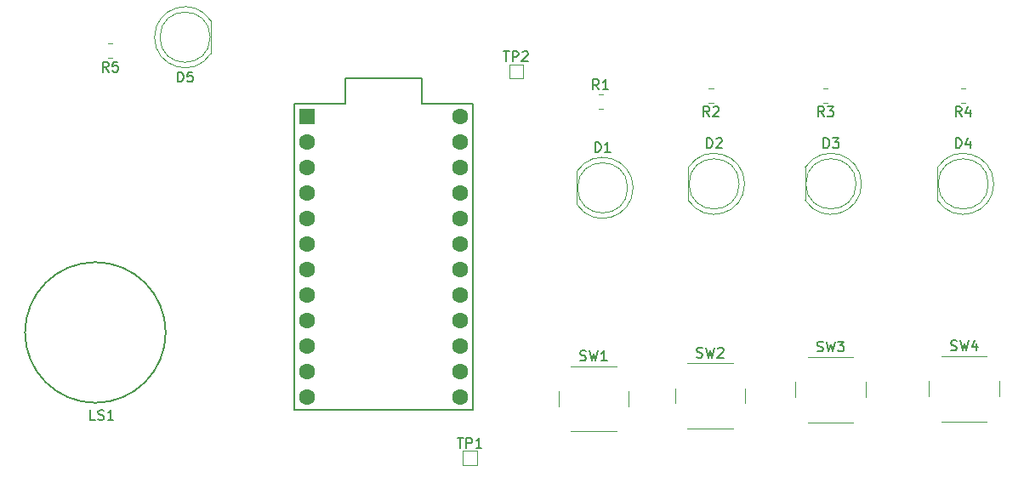
<source format=gbr>
%TF.GenerationSoftware,KiCad,Pcbnew,(6.0.1)*%
%TF.CreationDate,2023-09-06T20:42:40-07:00*%
%TF.ProjectId,Simon Says,53696d6f-6e20-4536-9179-732e6b696361,rev?*%
%TF.SameCoordinates,Original*%
%TF.FileFunction,Legend,Top*%
%TF.FilePolarity,Positive*%
%FSLAX46Y46*%
G04 Gerber Fmt 4.6, Leading zero omitted, Abs format (unit mm)*
G04 Created by KiCad (PCBNEW (6.0.1)) date 2023-09-06 20:42:40*
%MOMM*%
%LPD*%
G01*
G04 APERTURE LIST*
%ADD10C,0.150000*%
%ADD11C,0.127000*%
%ADD12C,0.120000*%
%ADD13R,1.600000X1.600000*%
%ADD14C,1.600000*%
G04 APERTURE END LIST*
D10*
%TO.C,LS1*%
X61792142Y-95607380D02*
X61315952Y-95607380D01*
X61315952Y-94607380D01*
X62077857Y-95559761D02*
X62220714Y-95607380D01*
X62458809Y-95607380D01*
X62554047Y-95559761D01*
X62601666Y-95512142D01*
X62649285Y-95416904D01*
X62649285Y-95321666D01*
X62601666Y-95226428D01*
X62554047Y-95178809D01*
X62458809Y-95131190D01*
X62268333Y-95083571D01*
X62173095Y-95035952D01*
X62125476Y-94988333D01*
X62077857Y-94893095D01*
X62077857Y-94797857D01*
X62125476Y-94702619D01*
X62173095Y-94655000D01*
X62268333Y-94607380D01*
X62506428Y-94607380D01*
X62649285Y-94655000D01*
X63601666Y-95607380D02*
X63030238Y-95607380D01*
X63315952Y-95607380D02*
X63315952Y-94607380D01*
X63220714Y-94750238D01*
X63125476Y-94845476D01*
X63030238Y-94893095D01*
%TO.C,R5*%
X63113333Y-60952380D02*
X62780000Y-60476190D01*
X62541904Y-60952380D02*
X62541904Y-59952380D01*
X62922857Y-59952380D01*
X63018095Y-60000000D01*
X63065714Y-60047619D01*
X63113333Y-60142857D01*
X63113333Y-60285714D01*
X63065714Y-60380952D01*
X63018095Y-60428571D01*
X62922857Y-60476190D01*
X62541904Y-60476190D01*
X64018095Y-59952380D02*
X63541904Y-59952380D01*
X63494285Y-60428571D01*
X63541904Y-60380952D01*
X63637142Y-60333333D01*
X63875238Y-60333333D01*
X63970476Y-60380952D01*
X64018095Y-60428571D01*
X64065714Y-60523809D01*
X64065714Y-60761904D01*
X64018095Y-60857142D01*
X63970476Y-60904761D01*
X63875238Y-60952380D01*
X63637142Y-60952380D01*
X63541904Y-60904761D01*
X63494285Y-60857142D01*
%TO.C,R4*%
X148033333Y-65402380D02*
X147700000Y-64926190D01*
X147461904Y-65402380D02*
X147461904Y-64402380D01*
X147842857Y-64402380D01*
X147938095Y-64450000D01*
X147985714Y-64497619D01*
X148033333Y-64592857D01*
X148033333Y-64735714D01*
X147985714Y-64830952D01*
X147938095Y-64878571D01*
X147842857Y-64926190D01*
X147461904Y-64926190D01*
X148890476Y-64735714D02*
X148890476Y-65402380D01*
X148652380Y-64354761D02*
X148414285Y-65069047D01*
X149033333Y-65069047D01*
%TO.C,R3*%
X134333333Y-65402380D02*
X134000000Y-64926190D01*
X133761904Y-65402380D02*
X133761904Y-64402380D01*
X134142857Y-64402380D01*
X134238095Y-64450000D01*
X134285714Y-64497619D01*
X134333333Y-64592857D01*
X134333333Y-64735714D01*
X134285714Y-64830952D01*
X134238095Y-64878571D01*
X134142857Y-64926190D01*
X133761904Y-64926190D01*
X134666666Y-64402380D02*
X135285714Y-64402380D01*
X134952380Y-64783333D01*
X135095238Y-64783333D01*
X135190476Y-64830952D01*
X135238095Y-64878571D01*
X135285714Y-64973809D01*
X135285714Y-65211904D01*
X135238095Y-65307142D01*
X135190476Y-65354761D01*
X135095238Y-65402380D01*
X134809523Y-65402380D01*
X134714285Y-65354761D01*
X134666666Y-65307142D01*
%TO.C,R2*%
X122933333Y-65402380D02*
X122600000Y-64926190D01*
X122361904Y-65402380D02*
X122361904Y-64402380D01*
X122742857Y-64402380D01*
X122838095Y-64450000D01*
X122885714Y-64497619D01*
X122933333Y-64592857D01*
X122933333Y-64735714D01*
X122885714Y-64830952D01*
X122838095Y-64878571D01*
X122742857Y-64926190D01*
X122361904Y-64926190D01*
X123314285Y-64497619D02*
X123361904Y-64450000D01*
X123457142Y-64402380D01*
X123695238Y-64402380D01*
X123790476Y-64450000D01*
X123838095Y-64497619D01*
X123885714Y-64592857D01*
X123885714Y-64688095D01*
X123838095Y-64830952D01*
X123266666Y-65402380D01*
X123885714Y-65402380D01*
%TO.C,R1*%
X111933333Y-62702380D02*
X111600000Y-62226190D01*
X111361904Y-62702380D02*
X111361904Y-61702380D01*
X111742857Y-61702380D01*
X111838095Y-61750000D01*
X111885714Y-61797619D01*
X111933333Y-61892857D01*
X111933333Y-62035714D01*
X111885714Y-62130952D01*
X111838095Y-62178571D01*
X111742857Y-62226190D01*
X111361904Y-62226190D01*
X112885714Y-62702380D02*
X112314285Y-62702380D01*
X112600000Y-62702380D02*
X112600000Y-61702380D01*
X112504761Y-61845238D01*
X112409523Y-61940476D01*
X112314285Y-61988095D01*
%TO.C,SW3*%
X133666666Y-88754761D02*
X133809523Y-88802380D01*
X134047619Y-88802380D01*
X134142857Y-88754761D01*
X134190476Y-88707142D01*
X134238095Y-88611904D01*
X134238095Y-88516666D01*
X134190476Y-88421428D01*
X134142857Y-88373809D01*
X134047619Y-88326190D01*
X133857142Y-88278571D01*
X133761904Y-88230952D01*
X133714285Y-88183333D01*
X133666666Y-88088095D01*
X133666666Y-87992857D01*
X133714285Y-87897619D01*
X133761904Y-87850000D01*
X133857142Y-87802380D01*
X134095238Y-87802380D01*
X134238095Y-87850000D01*
X134571428Y-87802380D02*
X134809523Y-88802380D01*
X135000000Y-88088095D01*
X135190476Y-88802380D01*
X135428571Y-87802380D01*
X135714285Y-87802380D02*
X136333333Y-87802380D01*
X136000000Y-88183333D01*
X136142857Y-88183333D01*
X136238095Y-88230952D01*
X136285714Y-88278571D01*
X136333333Y-88373809D01*
X136333333Y-88611904D01*
X136285714Y-88707142D01*
X136238095Y-88754761D01*
X136142857Y-88802380D01*
X135857142Y-88802380D01*
X135761904Y-88754761D01*
X135714285Y-88707142D01*
%TO.C,TP2*%
X102438095Y-58904380D02*
X103009523Y-58904380D01*
X102723809Y-59904380D02*
X102723809Y-58904380D01*
X103342857Y-59904380D02*
X103342857Y-58904380D01*
X103723809Y-58904380D01*
X103819047Y-58952000D01*
X103866666Y-58999619D01*
X103914285Y-59094857D01*
X103914285Y-59237714D01*
X103866666Y-59332952D01*
X103819047Y-59380571D01*
X103723809Y-59428190D01*
X103342857Y-59428190D01*
X104295238Y-58999619D02*
X104342857Y-58952000D01*
X104438095Y-58904380D01*
X104676190Y-58904380D01*
X104771428Y-58952000D01*
X104819047Y-58999619D01*
X104866666Y-59094857D01*
X104866666Y-59190095D01*
X104819047Y-59332952D01*
X104247619Y-59904380D01*
X104866666Y-59904380D01*
%TO.C,D2*%
X122656904Y-68542380D02*
X122656904Y-67542380D01*
X122895000Y-67542380D01*
X123037857Y-67590000D01*
X123133095Y-67685238D01*
X123180714Y-67780476D01*
X123228333Y-67970952D01*
X123228333Y-68113809D01*
X123180714Y-68304285D01*
X123133095Y-68399523D01*
X123037857Y-68494761D01*
X122895000Y-68542380D01*
X122656904Y-68542380D01*
X123609285Y-67637619D02*
X123656904Y-67590000D01*
X123752142Y-67542380D01*
X123990238Y-67542380D01*
X124085476Y-67590000D01*
X124133095Y-67637619D01*
X124180714Y-67732857D01*
X124180714Y-67828095D01*
X124133095Y-67970952D01*
X123561666Y-68542380D01*
X124180714Y-68542380D01*
%TO.C,D3*%
X134291904Y-68542380D02*
X134291904Y-67542380D01*
X134530000Y-67542380D01*
X134672857Y-67590000D01*
X134768095Y-67685238D01*
X134815714Y-67780476D01*
X134863333Y-67970952D01*
X134863333Y-68113809D01*
X134815714Y-68304285D01*
X134768095Y-68399523D01*
X134672857Y-68494761D01*
X134530000Y-68542380D01*
X134291904Y-68542380D01*
X135196666Y-67542380D02*
X135815714Y-67542380D01*
X135482380Y-67923333D01*
X135625238Y-67923333D01*
X135720476Y-67970952D01*
X135768095Y-68018571D01*
X135815714Y-68113809D01*
X135815714Y-68351904D01*
X135768095Y-68447142D01*
X135720476Y-68494761D01*
X135625238Y-68542380D01*
X135339523Y-68542380D01*
X135244285Y-68494761D01*
X135196666Y-68447142D01*
%TO.C,TP1*%
X97838095Y-97404380D02*
X98409523Y-97404380D01*
X98123809Y-98404380D02*
X98123809Y-97404380D01*
X98742857Y-98404380D02*
X98742857Y-97404380D01*
X99123809Y-97404380D01*
X99219047Y-97452000D01*
X99266666Y-97499619D01*
X99314285Y-97594857D01*
X99314285Y-97737714D01*
X99266666Y-97832952D01*
X99219047Y-97880571D01*
X99123809Y-97928190D01*
X98742857Y-97928190D01*
X100266666Y-98404380D02*
X99695238Y-98404380D01*
X99980952Y-98404380D02*
X99980952Y-97404380D01*
X99885714Y-97547238D01*
X99790476Y-97642476D01*
X99695238Y-97690095D01*
%TO.C,D1*%
X111556904Y-68942380D02*
X111556904Y-67942380D01*
X111795000Y-67942380D01*
X111937857Y-67990000D01*
X112033095Y-68085238D01*
X112080714Y-68180476D01*
X112128333Y-68370952D01*
X112128333Y-68513809D01*
X112080714Y-68704285D01*
X112033095Y-68799523D01*
X111937857Y-68894761D01*
X111795000Y-68942380D01*
X111556904Y-68942380D01*
X113080714Y-68942380D02*
X112509285Y-68942380D01*
X112795000Y-68942380D02*
X112795000Y-67942380D01*
X112699761Y-68085238D01*
X112604523Y-68180476D01*
X112509285Y-68228095D01*
%TO.C,D5*%
X69991904Y-61962380D02*
X69991904Y-60962380D01*
X70230000Y-60962380D01*
X70372857Y-61010000D01*
X70468095Y-61105238D01*
X70515714Y-61200476D01*
X70563333Y-61390952D01*
X70563333Y-61533809D01*
X70515714Y-61724285D01*
X70468095Y-61819523D01*
X70372857Y-61914761D01*
X70230000Y-61962380D01*
X69991904Y-61962380D01*
X71468095Y-60962380D02*
X70991904Y-60962380D01*
X70944285Y-61438571D01*
X70991904Y-61390952D01*
X71087142Y-61343333D01*
X71325238Y-61343333D01*
X71420476Y-61390952D01*
X71468095Y-61438571D01*
X71515714Y-61533809D01*
X71515714Y-61771904D01*
X71468095Y-61867142D01*
X71420476Y-61914761D01*
X71325238Y-61962380D01*
X71087142Y-61962380D01*
X70991904Y-61914761D01*
X70944285Y-61867142D01*
%TO.C,SW2*%
X121666666Y-89354761D02*
X121809523Y-89402380D01*
X122047619Y-89402380D01*
X122142857Y-89354761D01*
X122190476Y-89307142D01*
X122238095Y-89211904D01*
X122238095Y-89116666D01*
X122190476Y-89021428D01*
X122142857Y-88973809D01*
X122047619Y-88926190D01*
X121857142Y-88878571D01*
X121761904Y-88830952D01*
X121714285Y-88783333D01*
X121666666Y-88688095D01*
X121666666Y-88592857D01*
X121714285Y-88497619D01*
X121761904Y-88450000D01*
X121857142Y-88402380D01*
X122095238Y-88402380D01*
X122238095Y-88450000D01*
X122571428Y-88402380D02*
X122809523Y-89402380D01*
X123000000Y-88688095D01*
X123190476Y-89402380D01*
X123428571Y-88402380D01*
X123761904Y-88497619D02*
X123809523Y-88450000D01*
X123904761Y-88402380D01*
X124142857Y-88402380D01*
X124238095Y-88450000D01*
X124285714Y-88497619D01*
X124333333Y-88592857D01*
X124333333Y-88688095D01*
X124285714Y-88830952D01*
X123714285Y-89402380D01*
X124333333Y-89402380D01*
%TO.C,D4*%
X147456904Y-68542380D02*
X147456904Y-67542380D01*
X147695000Y-67542380D01*
X147837857Y-67590000D01*
X147933095Y-67685238D01*
X147980714Y-67780476D01*
X148028333Y-67970952D01*
X148028333Y-68113809D01*
X147980714Y-68304285D01*
X147933095Y-68399523D01*
X147837857Y-68494761D01*
X147695000Y-68542380D01*
X147456904Y-68542380D01*
X148885476Y-67875714D02*
X148885476Y-68542380D01*
X148647380Y-67494761D02*
X148409285Y-68209047D01*
X149028333Y-68209047D01*
%TO.C,SW1*%
X110066666Y-89654761D02*
X110209523Y-89702380D01*
X110447619Y-89702380D01*
X110542857Y-89654761D01*
X110590476Y-89607142D01*
X110638095Y-89511904D01*
X110638095Y-89416666D01*
X110590476Y-89321428D01*
X110542857Y-89273809D01*
X110447619Y-89226190D01*
X110257142Y-89178571D01*
X110161904Y-89130952D01*
X110114285Y-89083333D01*
X110066666Y-88988095D01*
X110066666Y-88892857D01*
X110114285Y-88797619D01*
X110161904Y-88750000D01*
X110257142Y-88702380D01*
X110495238Y-88702380D01*
X110638095Y-88750000D01*
X110971428Y-88702380D02*
X111209523Y-89702380D01*
X111400000Y-88988095D01*
X111590476Y-89702380D01*
X111828571Y-88702380D01*
X112733333Y-89702380D02*
X112161904Y-89702380D01*
X112447619Y-89702380D02*
X112447619Y-88702380D01*
X112352380Y-88845238D01*
X112257142Y-88940476D01*
X112161904Y-88988095D01*
%TO.C,SW4*%
X146966666Y-88654761D02*
X147109523Y-88702380D01*
X147347619Y-88702380D01*
X147442857Y-88654761D01*
X147490476Y-88607142D01*
X147538095Y-88511904D01*
X147538095Y-88416666D01*
X147490476Y-88321428D01*
X147442857Y-88273809D01*
X147347619Y-88226190D01*
X147157142Y-88178571D01*
X147061904Y-88130952D01*
X147014285Y-88083333D01*
X146966666Y-87988095D01*
X146966666Y-87892857D01*
X147014285Y-87797619D01*
X147061904Y-87750000D01*
X147157142Y-87702380D01*
X147395238Y-87702380D01*
X147538095Y-87750000D01*
X147871428Y-87702380D02*
X148109523Y-88702380D01*
X148300000Y-87988095D01*
X148490476Y-88702380D01*
X148728571Y-87702380D01*
X149538095Y-88035714D02*
X149538095Y-88702380D01*
X149300000Y-87654761D02*
X149061904Y-88369047D01*
X149680952Y-88369047D01*
D11*
%TO.C,LS1*%
X68800000Y-86900000D02*
G75*
G03*
X68800000Y-86900000I-7000000J0D01*
G01*
D12*
%TO.C,R5*%
X63507064Y-59585000D02*
X63052936Y-59585000D01*
X63507064Y-58115000D02*
X63052936Y-58115000D01*
%TO.C,R4*%
X148427064Y-64035000D02*
X147972936Y-64035000D01*
X148427064Y-62565000D02*
X147972936Y-62565000D01*
%TO.C,R3*%
X134727064Y-64035000D02*
X134272936Y-64035000D01*
X134727064Y-62565000D02*
X134272936Y-62565000D01*
%TO.C,R2*%
X123327064Y-64035000D02*
X122872936Y-64035000D01*
X123327064Y-62565000D02*
X122872936Y-62565000D01*
%TO.C,R1*%
X111872936Y-63165000D02*
X112327064Y-63165000D01*
X111872936Y-64635000D02*
X112327064Y-64635000D01*
%TO.C,SW3*%
X138500000Y-93350000D02*
X138500000Y-91850000D01*
X137250000Y-89350000D02*
X132750000Y-89350000D01*
X131500000Y-91850000D02*
X131500000Y-93350000D01*
X132750000Y-95850000D02*
X137250000Y-95850000D01*
%TO.C,TP2*%
X104400000Y-60200000D02*
X104400000Y-61600000D01*
X103000000Y-61600000D02*
X103000000Y-60200000D01*
X104400000Y-61600000D02*
X103000000Y-61600000D01*
X103000000Y-60200000D02*
X104400000Y-60200000D01*
%TO.C,D2*%
X120835000Y-70460000D02*
X120835000Y-73740000D01*
X126434999Y-72101958D02*
G75*
G03*
X120835000Y-70460488I-3039999J1958D01*
G01*
X120835000Y-73739512D02*
G75*
G03*
X126434999Y-72098042I2560000J1639512D01*
G01*
X125895000Y-72100000D02*
G75*
G03*
X125895000Y-72100000I-2500000J0D01*
G01*
%TO.C,D3*%
X132470000Y-70460000D02*
X132470000Y-73740000D01*
X132470000Y-73739512D02*
G75*
G03*
X138069999Y-72098042I2560000J1639512D01*
G01*
X138069999Y-72101958D02*
G75*
G03*
X132470000Y-70460488I-3039999J1958D01*
G01*
X137530000Y-72100000D02*
G75*
G03*
X137530000Y-72100000I-2500000J0D01*
G01*
D10*
%TO.C,U1*%
X86690000Y-61590000D02*
X94310000Y-61590000D01*
X94310000Y-64130000D02*
X99390000Y-64130000D01*
X86690000Y-64130000D02*
X86690000Y-61590000D01*
X81610000Y-64130000D02*
X81610000Y-94610000D01*
X99390000Y-94610000D02*
X81610000Y-94610000D01*
X94310000Y-61590000D02*
X94310000Y-64130000D01*
X81610000Y-64130000D02*
X86690000Y-64130000D01*
X99390000Y-64130000D02*
X99390000Y-94610000D01*
D12*
%TO.C,TP1*%
X98400000Y-98700000D02*
X99800000Y-98700000D01*
X99800000Y-98700000D02*
X99800000Y-100100000D01*
X98400000Y-100100000D02*
X98400000Y-98700000D01*
X99800000Y-100100000D02*
X98400000Y-100100000D01*
%TO.C,D1*%
X109735000Y-70860000D02*
X109735000Y-74140000D01*
X115334999Y-72501958D02*
G75*
G03*
X109735000Y-70860488I-3039999J1958D01*
G01*
X109735000Y-74139512D02*
G75*
G03*
X115334999Y-72498042I2560000J1639512D01*
G01*
X114795000Y-72500000D02*
G75*
G03*
X114795000Y-72500000I-2500000J0D01*
G01*
%TO.C,D5*%
X73290000Y-59140000D02*
X73290000Y-55860000D01*
X67690001Y-57498042D02*
G75*
G03*
X73290000Y-59139512I3039999J-1958D01*
G01*
X73290000Y-55860488D02*
G75*
G03*
X67690001Y-57501958I-2560000J-1639512D01*
G01*
X73230000Y-57500000D02*
G75*
G03*
X73230000Y-57500000I-2500000J0D01*
G01*
%TO.C,SW2*%
X126500000Y-93950000D02*
X126500000Y-92450000D01*
X119500000Y-92450000D02*
X119500000Y-93950000D01*
X125250000Y-89950000D02*
X120750000Y-89950000D01*
X120750000Y-96450000D02*
X125250000Y-96450000D01*
%TO.C,D4*%
X145635000Y-70460000D02*
X145635000Y-73740000D01*
X145635000Y-73739512D02*
G75*
G03*
X151234999Y-72098042I2560000J1639512D01*
G01*
X151234999Y-72101958D02*
G75*
G03*
X145635000Y-70460488I-3039999J1958D01*
G01*
X150695000Y-72100000D02*
G75*
G03*
X150695000Y-72100000I-2500000J0D01*
G01*
%TO.C,SW1*%
X109150000Y-96750000D02*
X113650000Y-96750000D01*
X113650000Y-90250000D02*
X109150000Y-90250000D01*
X107900000Y-92750000D02*
X107900000Y-94250000D01*
X114900000Y-94250000D02*
X114900000Y-92750000D01*
%TO.C,SW4*%
X150550000Y-89250000D02*
X146050000Y-89250000D01*
X146050000Y-95750000D02*
X150550000Y-95750000D01*
X144800000Y-91750000D02*
X144800000Y-93250000D01*
X151800000Y-93250000D02*
X151800000Y-91750000D01*
%TD*%
D13*
%TO.C,U1*%
X82880000Y-65400000D03*
D14*
X82880000Y-67940000D03*
X82880000Y-70480000D03*
X82880000Y-73020000D03*
X82880000Y-75560000D03*
X82880000Y-78100000D03*
X82880000Y-80640000D03*
X82880000Y-83180000D03*
X82880000Y-85720000D03*
X82880000Y-88260000D03*
X82880000Y-90800000D03*
X82880000Y-93340000D03*
X98120000Y-93340000D03*
X98120000Y-90800000D03*
X98120000Y-88260000D03*
X98120000Y-85720000D03*
X98120000Y-83180000D03*
X98120000Y-80640000D03*
X98120000Y-78100000D03*
X98120000Y-75560000D03*
X98120000Y-73020000D03*
X98120000Y-70480000D03*
X98120000Y-67940000D03*
X98120000Y-65400000D03*
%TD*%
M02*

</source>
